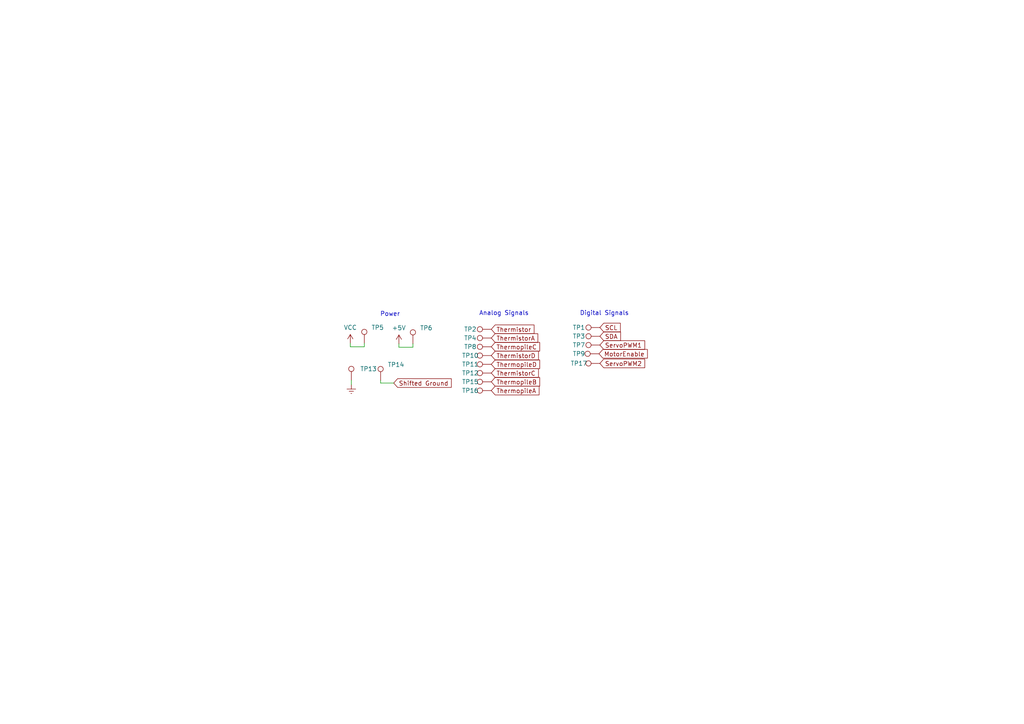
<source format=kicad_sch>
(kicad_sch (version 20211123) (generator eeschema)
  (paper "A4")
  (lib_symbols
    (symbol "Connector:TestPoint" (pin_numbers hide) (pin_names (offset 0.762) hide)
      (property "Reference" "TP" (at 0 6.858 0))
      (property "Value" "TestPoint" (at 0 5.08 0))
      (symbol "TestPoint_0_1"
        (circle (center 0 3.302) (radius 0.762))
      )
      (symbol "TestPoint_1_1"
        (pin passive line (at 0 0 90) (length 2.54) (name "1") (number "1"))
      )
    )
    (symbol "power:+5V" (power) (pin_names (offset 0))
      (property "Value" "+5V" (at 0 3.556 0))
      (symbol "+5V_0_1"
        (polyline (pts (xy -0.762 1.27) (xy 0 2.54)))
        (polyline (pts (xy 0 0) (xy 0 2.54)))
        (polyline (pts (xy 0 2.54) (xy 0.762 1.27)))
      )
      (symbol "+5V_1_1"
        (pin power_in line (at 0 0 90) (length 0) hide (name "+5V") (number "1"))
      )
    )
    (symbol "power:Earth" (power) (pin_names (offset 0))
      (symbol "Earth_0_1"
        (polyline (pts (xy -0.635 -1.905) (xy 0.635 -1.905)))
        (polyline (pts (xy -0.127 -2.54) (xy 0.127 -2.54)))
        (polyline (pts (xy 0 -1.27) (xy 0 0)))
        (polyline (pts (xy 1.27 -1.27) (xy -1.27 -1.27)))
      )
      (symbol "Earth_1_1"
        (pin power_in line (at 0 0 270) (length 0) hide (name "Earth") (number "1"))
      )
    )
    (symbol "power:VCC" (power) (pin_names (offset 0))
      (property "Value" "VCC" (at 0 3.81 0))
      (symbol "VCC_0_1"
        (polyline (pts (xy -0.762 1.27) (xy 0 2.54)))
        (polyline (pts (xy 0 0) (xy 0 2.54)))
        (polyline (pts (xy 0 2.54) (xy 0.762 1.27)))
      )
      (symbol "VCC_1_1"
        (pin power_in line (at 0 0 90) (length 0) hide (name "VCC") (number "1"))
      )
    )
  )
  (wire (pts (xy 101.9 110.3) (xy 101.9 111.57)))
  (wire (pts (xy 110.39 111.1) (xy 114.2 111.1)))
  (wire (pts (xy 101.6 100.584) (xy 105.664 100.584)))
  (wire (pts (xy 119.764 100.716) (xy 119.764 99.7)))
  (wire (pts (xy 110.39 110.338) (xy 110.39 111.1)))
  (wire (pts (xy 115.7 100.716) (xy 119.764 100.716)))
  (wire (pts (xy 115.7 99.7) (xy 115.7 100.716)))
  (wire (pts (xy 101.6 99.568) (xy 101.6 100.584)))
  (wire (pts (xy 105.664 100.584) (xy 105.664 99.568)))
  (text "Power\n" (at 110.236 91.948 0) (effects (font (size 1.27 1.27)) (justify left bottom)))
  (text "Digital Signals\n" (at 168.148 91.694 0) (effects (font (size 1.27 1.27)) (justify left bottom)))
  (text "Analog Signals" (at 138.938 91.694 0) (effects (font (size 1.27 1.27)) (justify left bottom)))
  (global_label "SDA" (shape input) (at 173.99 97.536 0) (property "Intersheet References" "${INTERSHEET_REFS}" (effects hide)))
  (global_label "ServoPWM2" (shape input) (at 173.99 105.41 0) (property "Intersheet References" "${INTERSHEET_REFS}" (effects hide)))
  (global_label "Thermistor" (shape input) (at 142.494 95.504 0) (property "Intersheet References" "${INTERSHEET_REFS}" (effects hide)))
  (global_label "ThermistorD" (shape input) (at 142.494 103.124 0) (property "Intersheet References" "${INTERSHEET_REFS}" (effects hide)))
  (global_label "ThermopileA" (shape input) (at 142.494 113.284 0) (property "Intersheet References" "${INTERSHEET_REFS}" (effects hide)))
  (global_label "ThermopileD" (shape input) (at 142.494 105.664 0) (property "Intersheet References" "${INTERSHEET_REFS}" (effects hide)))
  (global_label "SCL" (shape input) (at 173.99 94.996 0) (property "Intersheet References" "${INTERSHEET_REFS}" (effects hide)))
  (global_label "MotorEnable" (shape input) (at 173.736 102.616 0) (property "Intersheet References" "${INTERSHEET_REFS}" (effects hide)))
  (global_label "ThermopileB" (shape input) (at 142.494 110.744 0) (property "Intersheet References" "${INTERSHEET_REFS}" (effects hide)))
  (global_label "Shifted Ground" (shape input) (at 114.2 111.1 0) (property "Intersheet References" "${INTERSHEET_REFS}" (effects hide)))
  (global_label "ServoPWM1" (shape input) (at 173.99 100.076 0) (property "Intersheet References" "${INTERSHEET_REFS}" (effects hide)))
  (global_label "ThermopileC" (shape input) (at 142.494 100.584 0) (property "Intersheet References" "${INTERSHEET_REFS}" (effects hide)))
  (global_label "ThermistorA" (shape input) (at 142.494 98.044 0) (property "Intersheet References" "${INTERSHEET_REFS}" (effects hide)))
  (global_label "ThermistorC" (shape input) (at 142.494 108.204 0) (property "Intersheet References" "${INTERSHEET_REFS}" (effects hide)))
  (symbol (lib_id "Connector:TestPoint") (at 173.99 97.536 90) (unit 1)
    (property "Reference" "TP3" (at 167.894 97.536 90))
    (property "Value" "TestPoint" (effects hide))
    (property "Footprint" "TestPoint:TestPoint_Pad_D1.5mm" (effects hide))
  )
  (symbol (lib_id "Connector:TestPoint") (at 173.99 94.996 90) (unit 1)
    (property "Reference" "TP1" (at 167.894 94.996 90))
    (property "Value" "TestPoint" (effects hide))
    (property "Footprint" "TestPoint:TestPoint_Pad_D1.5mm" (effects hide))
  )
  (symbol (lib_id "Connector:TestPoint") (at 142.494 113.284 90) (unit 1)
    (property "Reference" "TP16" (at 136.398 113.284 90))
    (property "Value" "TestPoint" (effects hide))
    (property "Footprint" "TestPoint:TestPoint_Pad_D1.5mm" (effects hide))
  )
  (symbol (lib_id "Connector:TestPoint") (at 173.736 102.616 90) (unit 1)
    (property "Reference" "TP9" (at 167.894 102.616 90))
    (property "Value" "TestPoint" (effects hide))
    (property "Footprint" "TestPoint:TestPoint_Pad_D1.5mm" (effects hide))
  )
  (symbol (lib_id "Connector:TestPoint") (at 142.494 105.664 90) (unit 1)
    (property "Reference" "TP11" (at 136.398 105.664 90))
    (property "Value" "TestPoint" (effects hide))
    (property "Footprint" "TestPoint:TestPoint_Pad_D1.5mm" (effects hide))
  )
  (symbol (lib_id "power:Earth") (at 101.9 111.57 0) (unit 1)
    (property "Reference" "#PWR051" (effects hide))
    (property "Value" "Earth" (effects hide))
  )
  (symbol (lib_id "Connector:TestPoint") (at 101.9 110.3 0) (unit 1)
    (property "Reference" "TP13" (at 104.44 106.9979 0) (effects (justify left)))
    (property "Value" "TestPoint" (effects hide))
    (property "Footprint" "TestPoint:TestPoint_Pad_D1.5mm" (effects hide))
  )
  (symbol (lib_id "power:+5V") (at 115.7 99.7 0) (unit 1)
    (property "Reference" "#PWR050" (effects hide))
    (property "Value" "+5V" (at 115.7 95.11 0))
  )
  (symbol (lib_id "Connector:TestPoint") (at 142.494 98.044 90) (unit 1)
    (property "Reference" "TP4" (at 136.398 98.044 90))
    (property "Value" "TestPoint" (effects hide))
    (property "Footprint" "TestPoint:TestPoint_Pad_D1.5mm" (effects hide))
  )
  (symbol (lib_id "Connector:TestPoint") (at 142.494 103.124 90) (unit 1)
    (property "Reference" "TP10" (at 136.398 103.124 90))
    (property "Value" "TestPoint" (effects hide))
    (property "Footprint" "TestPoint:TestPoint_Pad_D1.5mm" (effects hide))
  )
  (symbol (lib_id "Connector:TestPoint") (at 142.494 110.744 90) (unit 1)
    (property "Reference" "TP15" (at 136.398 110.744 90))
    (property "Value" "TestPoint" (effects hide))
    (property "Footprint" "TestPoint:TestPoint_Pad_D1.5mm" (effects hide))
  )
  (symbol (lib_id "power:VCC") (at 101.6 99.568 0) (unit 1)
    (property "Reference" "#PWR049" (effects hide))
    (property "Value" "VCC" (at 101.6 94.996 0))
  )
  (symbol (lib_id "Connector:TestPoint") (at 173.99 105.41 90) (unit 1)
    (property "Reference" "TP17" (at 167.894 105.41 90))
    (property "Value" "TestPoint" (effects hide))
    (property "Footprint" "TestPoint:TestPoint_Pad_D1.5mm" (effects hide))
  )
  (symbol (lib_id "Connector:TestPoint") (at 110.39 110.338 0) (unit 1)
    (property "Reference" "TP14" (at 112.422 105.7659 0) (effects (justify left)))
    (property "Value" "TestPoint" (effects hide))
    (property "Footprint" "TestPoint:TestPoint_Pad_D1.5mm" (effects hide))
  )
  (symbol (lib_id "Connector:TestPoint") (at 173.99 100.076 90) (unit 1)
    (property "Reference" "TP7" (at 167.894 100.076 90))
    (property "Value" "TestPoint" (effects hide))
    (property "Footprint" "TestPoint:TestPoint_Pad_D1.5mm" (effects hide))
  )
  (symbol (lib_id "Connector:TestPoint") (at 142.494 95.504 90) (unit 1)
    (property "Reference" "TP2" (at 136.398 95.504 90))
    (property "Value" "TestPoint" (effects hide))
    (property "Footprint" "TestPoint:TestPoint_Pad_D1.5mm" (effects hide))
  )
  (symbol (lib_id "Connector:TestPoint") (at 142.494 100.584 90) (unit 1)
    (property "Reference" "TP8" (at 136.398 100.584 90))
    (property "Value" "TestPoint" (effects hide))
    (property "Footprint" "TestPoint:TestPoint_Pad_D1.5mm" (effects hide))
  )
  (symbol (lib_id "Connector:TestPoint") (at 105.664 99.568 0) (unit 1)
    (property "Reference" "TP5" (at 107.696 94.9959 0) (effects (justify left)))
    (property "Value" "TestPoint" (effects hide))
    (property "Footprint" "TestPoint:TestPoint_Pad_D1.5mm" (effects hide))
  )
  (symbol (lib_id "Connector:TestPoint") (at 119.764 99.7 0) (unit 1)
    (property "Reference" "TP6" (at 121.796 95.1279 0) (effects (justify left)))
    (property "Value" "TestPoint" (effects hide))
    (property "Footprint" "TestPoint:TestPoint_Pad_D1.5mm" (effects hide))
  )
  (symbol (lib_id "Connector:TestPoint") (at 142.494 108.204 90) (unit 1)
    (property "Reference" "TP12" (at 136.398 108.204 90))
    (property "Value" "TestPoint" (effects hide))
    (property "Footprint" "TestPoint:TestPoint_Pad_D1.5mm" (effects hide))
  )
)
</source>
